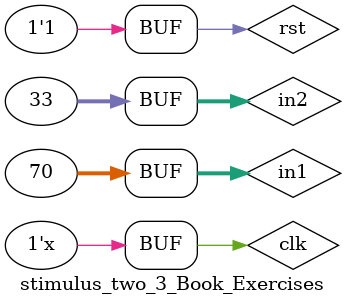
<source format=v>
module two_3_Book_Exercises(in1, in2, out, clk, rst);
  input [31:0] in1, in2;
  input clk, rst;
  output [39:0] out;
  reg [39:0] acc_0, acc_1;
  
  assign out = acc_0 + acc_1;
  
  always@(posedge clk, negedge rst)
  begin
    if(!rst)
      begin
        acc_0 <= 0; acc_1 <= 0;
      end
    else
      begin
        acc_0 <= in1 + acc_1;
        acc_1 <= in2 + acc_0;
      end
  end
  
endmodule

module stimulus_two_3_Book_Exercises();
  reg [31:0] in1, in2;
  reg clk, rst;
  wire [39:0] out;
  two_3_Book_Exercises obj(in1, in2, out, clk, rst);
  
  initial
  begin
    in1 = 0; in2 = 0; clk = 0; rst = 0;
    #5 rst = 1;
    in1 = 100; in2 = 50;
    #10 in1 = 20; in2 = 25;
    #10 in1 = 10; in2 = 30;
    #10 in1 = 100; in2 = 20;
    #10 in1 = 70; in2 = 33;
  end
  
  always
    #5 clk = !clk;
endmodule
</source>
